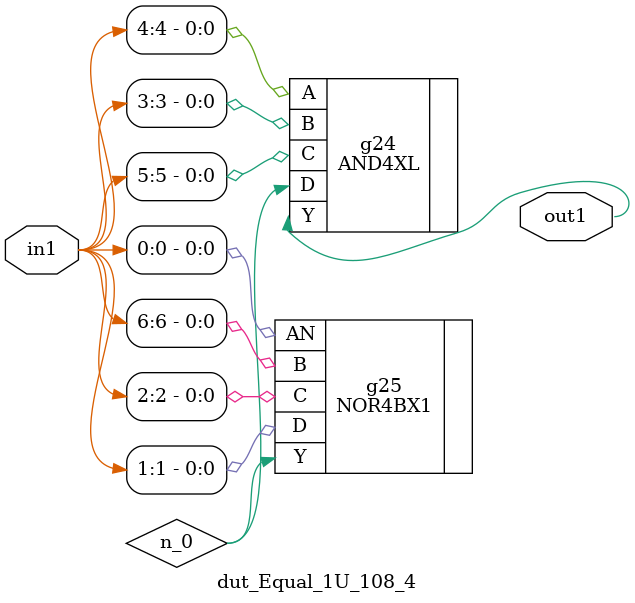
<source format=v>
`timescale 1ps / 1ps


module dut_Equal_1U_108_4(in1, out1);
  input [6:0] in1;
  output out1;
  wire [6:0] in1;
  wire out1;
  wire n_0;
  AND4XL g24(.A (in1[4]), .B (in1[3]), .C (in1[5]), .D (n_0), .Y
       (out1));
  NOR4BX1 g25(.AN (in1[0]), .B (in1[6]), .C (in1[2]), .D (in1[1]), .Y
       (n_0));
endmodule



</source>
